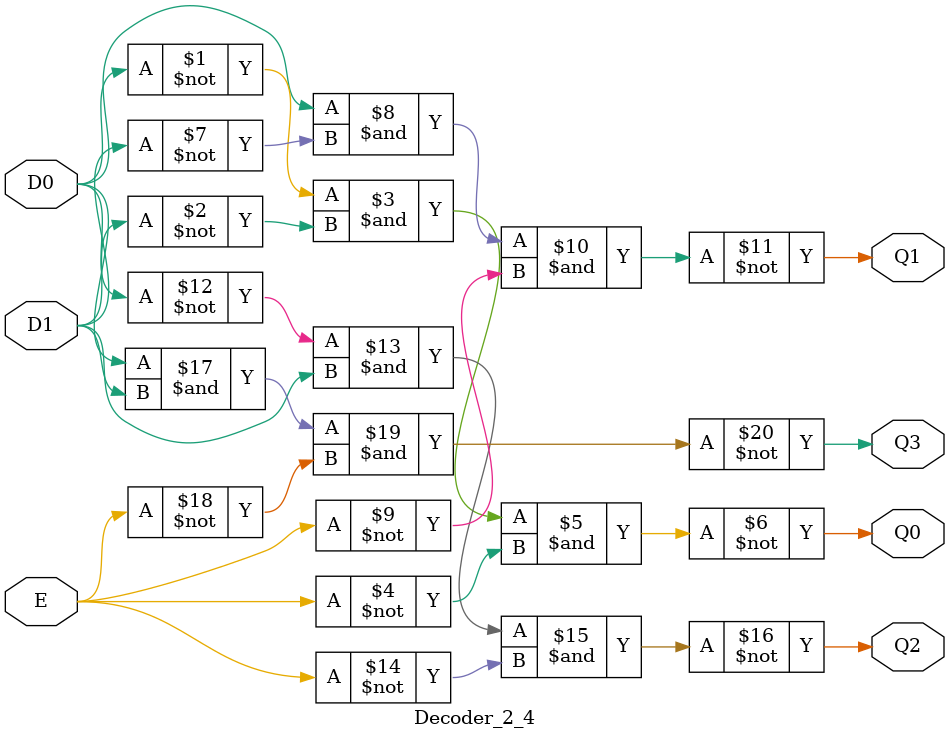
<source format=v>
`timescale 1ns / 1ps


module Decoder_2_4(
    input E,
    input D0,
    input D1,
	output Q0,
	output Q1,
	output Q2,
	output Q3
	);
	
	//Data stream description
	assign Q0 = ~(~D0 & ~D1  & ~E); //Continuous assignment statement:assign
	assign Q1 = ~( D0 & ~D1  & ~E);
	assign Q2 = ~(~D0 &  D1  & ~E);
	assign Q3 = ~( D0 &  D1  & ~E);
	
endmodule

</source>
